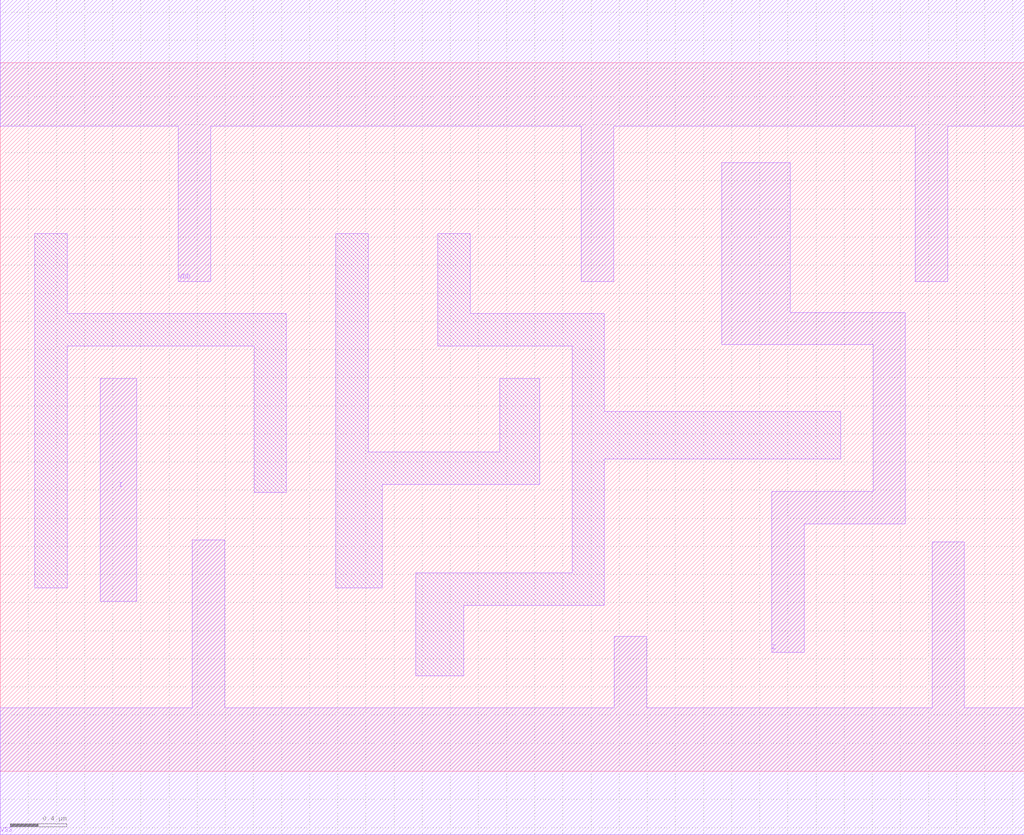
<source format=lef>
# Copyright 2022 GlobalFoundries PDK Authors
#
# Licensed under the Apache License, Version 2.0 (the "License");
# you may not use this file except in compliance with the License.
# You may obtain a copy of the License at
#
#      http://www.apache.org/licenses/LICENSE-2.0
#
# Unless required by applicable law or agreed to in writing, software
# distributed under the License is distributed on an "AS IS" BASIS,
# WITHOUT WARRANTIES OR CONDITIONS OF ANY KIND, either express or implied.
# See the License for the specific language governing permissions and
# limitations under the License.

MACRO gf180mcu_fd_sc_mcu9t5v0__dlya_2
  CLASS core ;
  FOREIGN gf180mcu_fd_sc_mcu9t5v0__dlya_2 0.0 0.0 ;
  ORIGIN 0 0 ;
  SYMMETRY X Y ;
  SITE GF018hv5v_green_sc9 ;
  SIZE 7.28 BY 5.04 ;
  PIN I
    DIRECTION INPUT ;
    ANTENNAGATEAREA 0.396 ;
    PORT
      LAYER Metal1 ;
        POLYGON 0.71 1.21 0.97 1.21 0.97 2.795 0.71 2.795  ;
    END
  END I
  PIN Z
    DIRECTION OUTPUT ;
    ANTENNADIFFAREA 1.821 ;
    PORT
      LAYER Metal1 ;
        POLYGON 5.13 3.035 5.975 3.035 6.205 3.035 6.205 1.99 5.485 1.99 5.485 0.845 5.715 0.845 5.715 1.76 6.435 1.76 6.435 3.265 5.975 3.265 5.615 3.265 5.615 4.33 5.13 4.33  ;
    END
  END Z
  PIN VDD
    DIRECTION INOUT ;
    USE power ;
    SHAPE ABUTMENT ;
    PORT
      LAYER Metal1 ;
        POLYGON 0 4.59 1.265 4.59 1.265 3.485 1.495 3.485 1.495 4.59 2.035 4.59 4.13 4.59 4.13 3.485 4.36 3.485 4.36 4.59 5.975 4.59 6.505 4.59 6.505 3.485 6.735 3.485 6.735 4.59 7.28 4.59 7.28 5.49 5.975 5.49 2.035 5.49 0 5.49  ;
    END
  END VDD
  PIN VSS
    DIRECTION INOUT ;
    USE ground ;
    SHAPE ABUTMENT ;
    PORT
      LAYER Metal1 ;
        POLYGON 0 -0.45 7.28 -0.45 7.28 0.45 6.855 0.45 6.855 1.63 6.625 1.63 6.625 0.45 4.595 0.45 4.595 0.96 4.365 0.96 4.365 0.45 1.595 0.45 1.595 1.645 1.365 1.645 1.365 0.45 0 0.45  ;
    END
  END VSS
  OBS
      LAYER Metal1 ;
        POLYGON 0.245 1.305 0.475 1.305 0.475 3.025 1.805 3.025 1.805 1.985 2.035 1.985 2.035 3.255 0.475 3.255 0.475 3.825 0.245 3.825  ;
        POLYGON 2.385 1.305 2.715 1.305 2.715 2.04 3.835 2.04 3.835 2.795 3.55 2.795 3.55 2.27 2.615 2.27 2.615 3.825 2.385 3.825  ;
        POLYGON 3.11 3.025 4.065 3.025 4.065 1.41 2.955 1.41 2.955 0.68 3.295 0.68 3.295 1.18 4.295 1.18 4.295 2.22 5.975 2.22 5.975 2.56 4.295 2.56 4.295 3.255 3.34 3.255 3.34 3.825 3.11 3.825  ;
  END
END gf180mcu_fd_sc_mcu9t5v0__dlya_2

</source>
